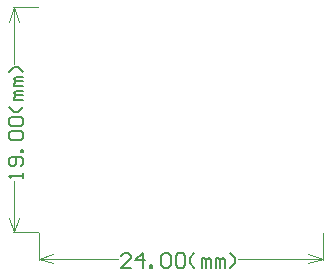
<source format=gm1>
G04*
G04 #@! TF.GenerationSoftware,Altium Limited,Altium Designer,22.4.2 (48)*
G04*
G04 Layer_Color=16711935*
%FSLAX25Y25*%
%MOIN*%
G70*
G04*
G04 #@! TF.SameCoordinates,0592E0CC-BA3F-4339-BE53-95EDDC47ECB4*
G04*
G04*
G04 #@! TF.FilePolarity,Positive*
G04*
G01*
G75*
%ADD42C,0.00394*%
%ADD43C,0.00600*%
D42*
X0Y-8957D02*
X4724Y-7382D01*
X0Y-8957D02*
X4724Y-10531D01*
X89764D02*
X94488Y-8957D01*
X89764Y-7382D02*
X94488Y-8957D01*
X0D02*
X26365D01*
X66136D02*
X94488D01*
X0Y-9350D02*
Y-394D01*
X94488Y-9350D02*
Y-394D01*
X-8366Y74803D02*
X-6791Y70079D01*
X-9941D02*
X-8366Y74803D01*
X-9941Y4724D02*
X-8366Y0D01*
X-6791Y4724D01*
X-8366Y55900D02*
Y74803D01*
Y0D02*
Y16916D01*
X-8760Y74803D02*
X-394D01*
X-8760Y0D02*
X-394D01*
D43*
X30507Y-11918D02*
X27359D01*
X30507Y-8770D01*
Y-7982D01*
X29720Y-7195D01*
X28146D01*
X27359Y-7982D01*
X34443Y-11918D02*
Y-7195D01*
X32082Y-9557D01*
X35230D01*
X36805Y-11918D02*
Y-11131D01*
X37592D01*
Y-11918D01*
X36805D01*
X40740Y-7982D02*
X41528Y-7195D01*
X43102D01*
X43889Y-7982D01*
Y-11131D01*
X43102Y-11918D01*
X41528D01*
X40740Y-11131D01*
Y-7982D01*
X45463D02*
X46250Y-7195D01*
X47825D01*
X48612Y-7982D01*
Y-11131D01*
X47825Y-11918D01*
X46250D01*
X45463Y-11131D01*
Y-7982D01*
X51760Y-11918D02*
X50186Y-10344D01*
Y-8770D01*
X51760Y-7195D01*
X54122Y-11918D02*
Y-8770D01*
X54909D01*
X55696Y-9557D01*
Y-11918D01*
Y-9557D01*
X56483Y-8770D01*
X57270Y-9557D01*
Y-11918D01*
X58845D02*
Y-8770D01*
X59632D01*
X60419Y-9557D01*
Y-11918D01*
Y-9557D01*
X61206Y-8770D01*
X61993Y-9557D01*
Y-11918D01*
X63568D02*
X65142Y-10344D01*
Y-8770D01*
X63568Y-7195D01*
X-5405Y17910D02*
Y19484D01*
Y18697D01*
X-10128D01*
X-9340Y17910D01*
X-6192Y21846D02*
X-5405Y22633D01*
Y24207D01*
X-6192Y24994D01*
X-9340D01*
X-10128Y24207D01*
Y22633D01*
X-9340Y21846D01*
X-8553D01*
X-7766Y22633D01*
Y24994D01*
X-5405Y26568D02*
X-6192D01*
Y27356D01*
X-5405D01*
Y26568D01*
X-9340Y30504D02*
X-10128Y31291D01*
Y32866D01*
X-9340Y33653D01*
X-6192D01*
X-5405Y32866D01*
Y31291D01*
X-6192Y30504D01*
X-9340D01*
Y35227D02*
X-10128Y36014D01*
Y37589D01*
X-9340Y38376D01*
X-6192D01*
X-5405Y37589D01*
Y36014D01*
X-6192Y35227D01*
X-9340D01*
X-5405Y41524D02*
X-6979Y39950D01*
X-8553D01*
X-10128Y41524D01*
X-5405Y43886D02*
X-8553D01*
Y44673D01*
X-7766Y45460D01*
X-5405D01*
X-7766D01*
X-8553Y46247D01*
X-7766Y47034D01*
X-5405D01*
Y48609D02*
X-8553D01*
Y49396D01*
X-7766Y50183D01*
X-5405D01*
X-7766D01*
X-8553Y50970D01*
X-7766Y51757D01*
X-5405D01*
Y53332D02*
X-6979Y54906D01*
X-8553D01*
X-10128Y53332D01*
M02*

</source>
